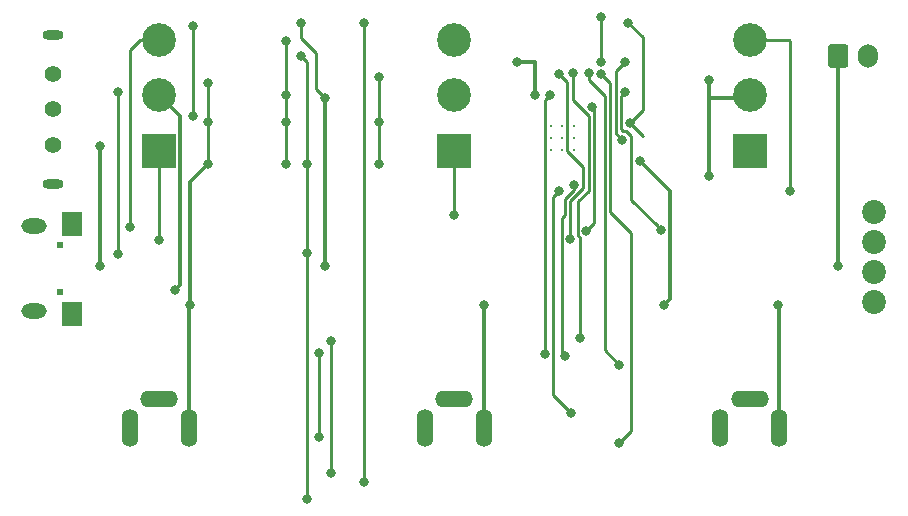
<source format=gbr>
%TF.GenerationSoftware,KiCad,Pcbnew,(5.1.9-0-10_14)*%
%TF.CreationDate,2021-02-15T23:58:24+01:00*%
%TF.ProjectId,ledTruck,6c656454-7275-4636-9b2e-6b696361645f,rev?*%
%TF.SameCoordinates,Original*%
%TF.FileFunction,Copper,L2,Bot*%
%TF.FilePolarity,Positive*%
%FSLAX46Y46*%
G04 Gerber Fmt 4.6, Leading zero omitted, Abs format (unit mm)*
G04 Created by KiCad (PCBNEW (5.1.9-0-10_14)) date 2021-02-15 23:58:24*
%MOMM*%
%LPD*%
G01*
G04 APERTURE LIST*
%TA.AperFunction,ComponentPad*%
%ADD10C,0.610000*%
%TD*%
%TA.AperFunction,ComponentPad*%
%ADD11O,2.150000X1.300000*%
%TD*%
%TA.AperFunction,ComponentPad*%
%ADD12R,1.800000X2.000000*%
%TD*%
%TA.AperFunction,ComponentPad*%
%ADD13C,2.850000*%
%TD*%
%TA.AperFunction,ComponentPad*%
%ADD14R,2.850000X2.850000*%
%TD*%
%TA.AperFunction,ComponentPad*%
%ADD15C,2.020000*%
%TD*%
%TA.AperFunction,ComponentPad*%
%ADD16O,1.700000X2.000000*%
%TD*%
%TA.AperFunction,ComponentPad*%
%ADD17O,3.200000X1.400000*%
%TD*%
%TA.AperFunction,ComponentPad*%
%ADD18O,1.400000X3.200000*%
%TD*%
%TA.AperFunction,ComponentPad*%
%ADD19C,0.200000*%
%TD*%
%TA.AperFunction,ComponentPad*%
%ADD20C,1.400000*%
%TD*%
%TA.AperFunction,ComponentPad*%
%ADD21O,1.800000X0.800000*%
%TD*%
%TA.AperFunction,ViaPad*%
%ADD22C,0.800000*%
%TD*%
%TA.AperFunction,Conductor*%
%ADD23C,0.250000*%
%TD*%
%TA.AperFunction,Conductor*%
%ADD24C,0.304800*%
%TD*%
G04 APERTURE END LIST*
D10*
%TO.P,J2,SH*%
%TO.N,GND*%
X111624000Y-98012000D03*
X111624000Y-94012000D03*
D11*
X109474000Y-99612000D03*
D12*
X112634000Y-99812000D03*
D11*
X109474000Y-92412000D03*
D12*
X112634000Y-92212000D03*
%TD*%
D13*
%TO.P,SW3,3*%
%TO.N,SWITCH32*%
X170034000Y-76612000D03*
%TO.P,SW3,2*%
%TO.N,GND*%
X170034000Y-81312000D03*
D14*
%TO.P,SW3,1*%
%TO.N,SWITCH3*%
X170034000Y-86012000D03*
%TD*%
D13*
%TO.P,SW2,3*%
%TO.N,SWITCH22*%
X145034000Y-76612000D03*
%TO.P,SW2,2*%
%TO.N,GND*%
X145034000Y-81312000D03*
D14*
%TO.P,SW2,1*%
%TO.N,SWITCH2*%
X145034000Y-86012000D03*
%TD*%
D13*
%TO.P,SW1,3*%
%TO.N,SWITCH12*%
X120034000Y-76612000D03*
%TO.P,SW1,2*%
%TO.N,GND*%
X120034000Y-81312000D03*
D14*
%TO.P,SW1,1*%
%TO.N,SWITCH1*%
X120034000Y-86012000D03*
%TD*%
D15*
%TO.P,J3,4*%
%TO.N,GND*%
X180594000Y-91186000D03*
%TO.P,J3,3*%
%TO.N,SWCLK*%
X180594000Y-93726000D03*
%TO.P,J3,2*%
%TO.N,SWDIO*%
X180594000Y-96266000D03*
%TO.P,J3,1*%
%TO.N,+3V3*%
X180594000Y-98806000D03*
%TD*%
D16*
%TO.P,J1,2*%
%TO.N,GND*%
X180034000Y-78012000D03*
%TO.P,J1,1*%
%TO.N,+BATT*%
%TA.AperFunction,ComponentPad*%
G36*
G01*
X176684000Y-78762000D02*
X176684000Y-77262000D01*
G75*
G02*
X176934000Y-77012000I250000J0D01*
G01*
X178134000Y-77012000D01*
G75*
G02*
X178384000Y-77262000I0J-250000D01*
G01*
X178384000Y-78762000D01*
G75*
G02*
X178134000Y-79012000I-250000J0D01*
G01*
X176934000Y-79012000D01*
G75*
G02*
X176684000Y-78762000I0J250000D01*
G01*
G37*
%TD.AperFunction*%
%TD*%
D17*
%TO.P,CON1,1*%
%TO.N,Net-(CON1-Pad1)*%
X120034000Y-107012000D03*
D18*
%TO.P,CON1,2*%
%TO.N,Net-(CON1-Pad2)*%
X117534000Y-109512000D03*
%TO.P,CON1,3*%
%TO.N,+3V3*%
X122534000Y-109512000D03*
%TD*%
D17*
%TO.P,CON2,1*%
%TO.N,Net-(CON2-Pad1)*%
X145034000Y-107012000D03*
D18*
%TO.P,CON2,2*%
%TO.N,Net-(CON2-Pad2)*%
X142534000Y-109512000D03*
%TO.P,CON2,3*%
%TO.N,+3V3*%
X147534000Y-109512000D03*
%TD*%
%TO.P,CON3,3*%
%TO.N,+3V3*%
X172534000Y-109512000D03*
%TO.P,CON3,2*%
%TO.N,Net-(CON3-Pad2)*%
X167534000Y-109512000D03*
D17*
%TO.P,CON3,1*%
%TO.N,Net-(CON3-Pad1)*%
X170034000Y-107012000D03*
%TD*%
D19*
%TO.P,U1,33*%
%TO.N,N/C*%
X153190000Y-85962000D03*
X153190000Y-84962000D03*
X153190000Y-83962000D03*
X154190000Y-85962000D03*
X154190000Y-84962000D03*
X154190000Y-83962000D03*
X155190000Y-85962000D03*
X155190000Y-84962000D03*
X155190000Y-83962000D03*
%TD*%
D20*
%TO.P,S1,1*%
%TO.N,Net-(R14-Pad1)*%
X111034000Y-79512000D03*
%TO.P,S1,2*%
%TO.N,+BATT_SWITCHED*%
X111034000Y-82512000D03*
%TO.P,S1,3*%
%TO.N,+BATT*%
X111034000Y-85512000D03*
D21*
%TO.P,S1,SH*%
%TO.N,N/C*%
X111034000Y-76212000D03*
X111034000Y-88812000D03*
%TD*%
D22*
%TO.N,GND*%
X130810000Y-76708000D03*
X130810000Y-87122000D03*
X130810000Y-83566000D03*
X130778000Y-81312000D03*
X138684000Y-79756000D03*
X138684000Y-87122000D03*
X138684000Y-83566000D03*
X151892000Y-81280000D03*
X150368000Y-78486000D03*
X166624000Y-88138000D03*
X166624000Y-80010000D03*
X121412000Y-97790000D03*
%TO.N,VBUS*%
X132558000Y-94712000D03*
X132588000Y-87122000D03*
X132080000Y-77978000D03*
X132530000Y-115512000D03*
X116586000Y-81026000D03*
X116586000Y-94742000D03*
%TO.N,+3V3*%
X124206000Y-80264000D03*
X124206000Y-87122000D03*
X124206000Y-83566000D03*
X159766000Y-75184000D03*
X147534000Y-99100000D03*
X172466000Y-99060000D03*
X122682000Y-99060000D03*
X159905098Y-83695778D03*
X162813999Y-99059999D03*
X160782000Y-86868000D03*
%TO.N,+BATT*%
X134112000Y-81534000D03*
X132080000Y-75184000D03*
X134112000Y-95758000D03*
X177546000Y-95758000D03*
X115062000Y-85598000D03*
X115062000Y-95758000D03*
%TO.N,RST*%
X159512000Y-78486000D03*
X159258000Y-85090000D03*
%TO.N,LED1*%
X153162000Y-81280000D03*
X133604000Y-103124000D03*
X133604000Y-110236000D03*
X152690990Y-103279001D03*
%TO.N,LED2*%
X155194000Y-88900000D03*
X154432000Y-103378000D03*
%TO.N,LED3*%
X154940000Y-108204000D03*
X153924000Y-89408000D03*
%TO.N,DET1*%
X134620000Y-113284000D03*
X134620000Y-102108000D03*
X155118478Y-79416112D03*
X155702008Y-101854000D03*
%TO.N,DET2*%
X156440505Y-79473199D03*
X159004000Y-104140000D03*
%TO.N,DET3*%
X157480000Y-79559002D03*
X159004000Y-110744000D03*
%TO.N,Net-(R11-Pad2)*%
X137414000Y-75184000D03*
X137414004Y-114046000D03*
%TO.N,SWITCH12*%
X117602000Y-92456000D03*
X156718000Y-82296000D03*
X156210000Y-92811032D03*
%TO.N,SWITCH1*%
X120034000Y-93618000D03*
X153924000Y-79502000D03*
X154857951Y-93522974D03*
%TO.N,SWITCH22*%
X157480000Y-78486000D03*
X157480000Y-74676000D03*
%TO.N,SWITCH2*%
X145034000Y-91440000D03*
X159512000Y-81026000D03*
X162560000Y-92710000D03*
%TO.N,SWITCH32*%
X173482000Y-89408000D03*
%TO.N,+BATT_SWITCHED*%
X122931999Y-83062001D03*
X122931999Y-75442001D03*
%TD*%
D23*
%TO.N,GND*%
X130810000Y-76708000D02*
X130810000Y-87122000D01*
X138684000Y-79756000D02*
X138684000Y-87122000D01*
D24*
X151892000Y-81280000D02*
X151892000Y-78486000D01*
X151892000Y-78486000D02*
X150368000Y-78486000D01*
X166624000Y-88138000D02*
X166624000Y-81534000D01*
X169812000Y-81534000D02*
X170034000Y-81312000D01*
X166624000Y-81534000D02*
X169812000Y-81534000D01*
X166624000Y-81534000D02*
X166624000Y-80010000D01*
X121811401Y-83089401D02*
X121811401Y-97390599D01*
X120034000Y-81312000D02*
X121811401Y-83089401D01*
X121811401Y-97390599D02*
X121412000Y-97790000D01*
D23*
%TO.N,VBUS*%
X132558000Y-94712000D02*
X132558000Y-87152000D01*
X132588000Y-87122000D02*
X132588000Y-78486000D01*
X132588000Y-78486000D02*
X132080000Y-77978000D01*
X132558000Y-115484000D02*
X132530000Y-115512000D01*
X132558000Y-94712000D02*
X132558000Y-115484000D01*
X116586000Y-81026000D02*
X116586000Y-94742000D01*
%TO.N,+3V3*%
X124206000Y-87376000D02*
X124206000Y-87122000D01*
X124206000Y-80264000D02*
X124206000Y-87122000D01*
D24*
X147534000Y-109512000D02*
X147534000Y-99100000D01*
X172534000Y-109512000D02*
X172534000Y-99128000D01*
X172534000Y-99128000D02*
X172466000Y-99060000D01*
X122534000Y-109512000D02*
X122534000Y-99208000D01*
X122534000Y-99208000D02*
X122682000Y-99060000D01*
X122682000Y-88646000D02*
X124206000Y-87122000D01*
X122682000Y-99060000D02*
X122682000Y-88646000D01*
D23*
X159766000Y-75184000D02*
X160982701Y-76400701D01*
X160982701Y-76400701D02*
X160982701Y-82618175D01*
X160031154Y-83827412D02*
X159905098Y-83701356D01*
X159905098Y-83701356D02*
X159905098Y-83695778D01*
X160982701Y-82618175D02*
X159905098Y-83695778D01*
X160978009Y-84768689D02*
X159905098Y-83695778D01*
D24*
X163312401Y-98561597D02*
X163312401Y-89398401D01*
X163312401Y-89398401D02*
X160782000Y-86868000D01*
X162813999Y-99059999D02*
X163312401Y-98561597D01*
D23*
%TO.N,+BATT*%
X134112000Y-81534000D02*
X133350000Y-80772000D01*
X133350000Y-80772000D02*
X133350000Y-77724000D01*
X133350000Y-77724000D02*
X132080000Y-76454000D01*
X132080000Y-76454000D02*
X132080000Y-75184000D01*
D24*
X134112000Y-81534000D02*
X134112000Y-95758000D01*
X177534000Y-95746000D02*
X177546000Y-95758000D01*
X177534000Y-78012000D02*
X177534000Y-95746000D01*
X115062000Y-85598000D02*
X115062000Y-95758000D01*
D23*
%TO.N,RST*%
X159512000Y-78486000D02*
X158692011Y-79305989D01*
X158692011Y-84524011D02*
X159258000Y-85090000D01*
X158692011Y-79305989D02*
X158692011Y-84524011D01*
%TO.N,LED1*%
X133604000Y-103124000D02*
X133604000Y-110236000D01*
X152690990Y-81751010D02*
X152690990Y-103279001D01*
X153162000Y-81280000D02*
X152690990Y-81751010D01*
%TO.N,LED2*%
X155194000Y-89336594D02*
X154407941Y-90122653D01*
X155194000Y-88900000D02*
X155194000Y-89336594D01*
X154132950Y-91739050D02*
X154132950Y-103078950D01*
X154407941Y-91464059D02*
X154132950Y-91739050D01*
X154407941Y-90122653D02*
X154407941Y-91464059D01*
X154132950Y-103078950D02*
X154432000Y-103378000D01*
%TO.N,LED3*%
X153416000Y-89916000D02*
X153924000Y-89408000D01*
X153416000Y-106680000D02*
X153416000Y-89916000D01*
X154940000Y-108204000D02*
X153416000Y-106680000D01*
%TO.N,DET1*%
X134620000Y-113284000D02*
X134620000Y-102362000D01*
X134620000Y-102362000D02*
X134620000Y-102108000D01*
X155118478Y-81769480D02*
X156406011Y-83057013D01*
X155118478Y-79416112D02*
X155118478Y-81769480D01*
X156406011Y-83057013D02*
X156406011Y-89397404D01*
X156406011Y-89397404D02*
X155484999Y-90318416D01*
X155484998Y-93159034D02*
X155702008Y-93376044D01*
X155484999Y-90318416D02*
X155484998Y-93159034D01*
X155702008Y-93376044D02*
X155702008Y-101854000D01*
%TO.N,DET2*%
X157791990Y-81390369D02*
X156440505Y-80038884D01*
X156440505Y-80038884D02*
X156440505Y-79473199D01*
X157791990Y-102927990D02*
X157791990Y-81390369D01*
X159004000Y-104140000D02*
X157791990Y-102927990D01*
%TO.N,DET3*%
X158242000Y-80321002D02*
X157480000Y-79559002D01*
X158242000Y-91186000D02*
X158242000Y-80321002D01*
X160020000Y-109728000D02*
X160020000Y-92964000D01*
X160020000Y-92964000D02*
X158242000Y-91186000D01*
X159004000Y-110744000D02*
X160020000Y-109728000D01*
%TO.N,Net-(R11-Pad2)*%
X137414000Y-114045996D02*
X137414004Y-114046000D01*
X137414000Y-75184000D02*
X137414000Y-114045996D01*
%TO.N,SWITCH12*%
X120034000Y-76612000D02*
X118460000Y-76612000D01*
X118460000Y-76612000D02*
X117602000Y-77470000D01*
X117602000Y-77470000D02*
X117602000Y-92456000D01*
X156856022Y-82434016D02*
X156856022Y-92165010D01*
X156718000Y-82295994D02*
X156856022Y-82434016D01*
X156856022Y-92165010D02*
X156210000Y-92811032D01*
%TO.N,SWITCH1*%
X120034000Y-86012000D02*
X120034000Y-93618000D01*
X154603001Y-80181001D02*
X154603001Y-86016003D01*
X153924000Y-79502000D02*
X154603001Y-80181001D01*
X154857951Y-90309053D02*
X154857951Y-93522974D01*
X154603001Y-86016003D02*
X155956000Y-87369002D01*
X155956000Y-89211004D02*
X154857951Y-90309053D01*
X155956000Y-87369002D02*
X155956000Y-89211004D01*
%TO.N,SWITCH22*%
X157480000Y-78486000D02*
X157480000Y-74676000D01*
%TO.N,SWITCH2*%
X145034000Y-91440000D02*
X145034000Y-86012000D01*
X160020000Y-90170000D02*
X162160001Y-92310001D01*
X159512000Y-81026000D02*
X159142022Y-81395978D01*
X159352001Y-84364999D02*
X159606001Y-84364999D01*
X159606001Y-84364999D02*
X160020000Y-84778998D01*
X160020000Y-84778998D02*
X160020000Y-90170000D01*
X159142022Y-81395978D02*
X159142022Y-84155020D01*
X159142022Y-84155020D02*
X159352001Y-84364999D01*
X162160001Y-92310001D02*
X162560000Y-92710000D01*
%TO.N,SWITCH32*%
X173482000Y-89408000D02*
X173482000Y-76708000D01*
X173386000Y-76612000D02*
X170034000Y-76612000D01*
X173482000Y-76708000D02*
X173386000Y-76612000D01*
%TO.N,+BATT_SWITCHED*%
X122931999Y-83062001D02*
X122931999Y-75442001D01*
%TD*%
M02*

</source>
